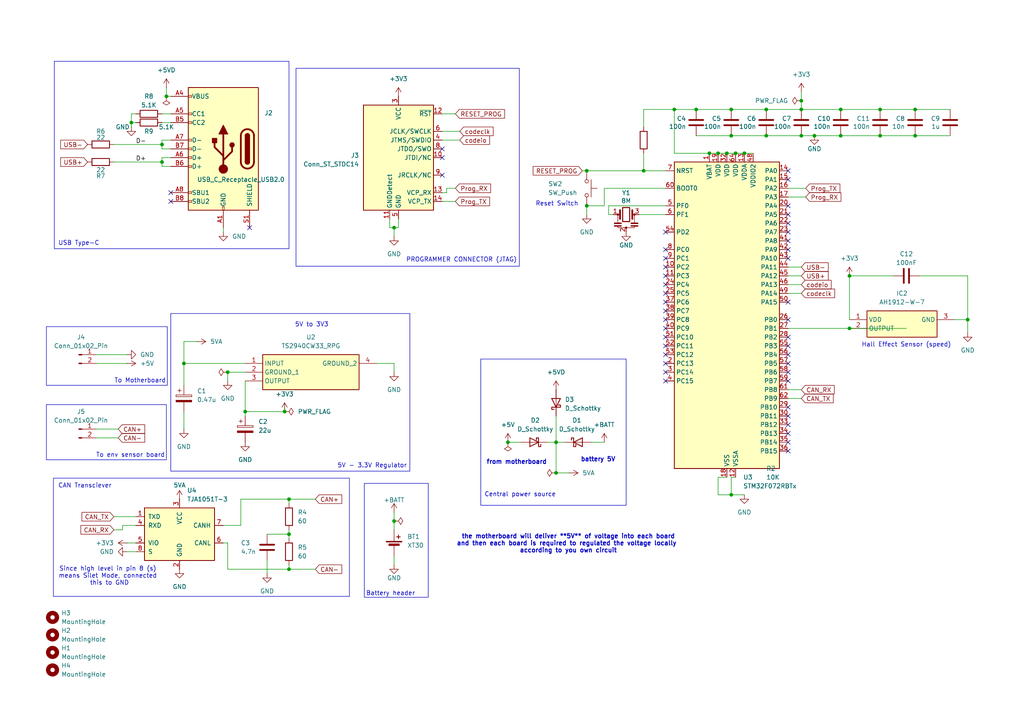
<source format=kicad_sch>
(kicad_sch (version 20250114) (generator "eeschema") (generator_version "9.0")
  (paper "A4")
  (title_block (title "Speed Measurement Board") (company "By Evelyn Koszta "))
  (lib_symbols
    (symbol "AH1912-W-7:AH1912-W-7"
      (property "Reference" "IC" (at 26.67 7.62 0))
      (property "Value" "AH1912-W-7" (at 26.67 5.08 0))
      (symbol "AH1912-W-7_1_1"
        (pin passive line (at 0 0 0) (length 5.08) (name "VDD") (number "1"))
        (pin passive line (at 0 -2.54 0) (length 5.08) (name "OUTPUT") (number "2"))
        (pin passive line (at 30.48 0 180) (length 5.08) (name "GND") (number "3"))
      )
    )
    (symbol "Connector:Conn_01x02_Pin" (pin_names (offset 1.016) (hide yes))
      (property "Reference" "J" (at 0 2.54 0))
      (property "Value" "Conn_01x02_Pin" (at 0 -5.08 0))
      (symbol "Conn_01x02_Pin_1_1"
        (pin passive line (at 5.08 0 180) (length 3.81) (name "Pin_1") (number "1"))
        (pin passive line (at 5.08 -2.54 180) (length 3.81) (name "Pin_2") (number "2"))
      )
    )
    (symbol "Connector:Conn_ST_STDC14"
      (property "Reference" "J" (at -8.89 16.51 0))
      (property "Value" "Conn_ST_STDC14" (at 17.78 16.51 0))
      (symbol "Conn_ST_STDC14_1_1"
        (pin no_connect line (at -10.16 5.08 0) (length 2.54) (hide yes) (name "NC") (number "1"))
        (pin no_connect line (at -10.16 2.54 0) (length 2.54) (hide yes) (name "NC") (number "2"))
        (pin passive line (at -2.54 -17.78 90) (length 2.54) (name "GNDDetect") (number "11"))
        (pin power_in line (at 0 17.78 270) (length 2.54) (name "VCC") (number "3"))
        (pin power_in line (at 0 -17.78 90) (length 2.54) (name "GND") (number "5"))
        (pin passive line (at 0 -17.78 90) (length 2.54) (hide yes) (name "GND") (number "7"))
        (pin open_collector line (at 12.7 12.7 180) (length 2.54) (name "~{RST}") (number "12"))
        (pin output line (at 12.7 7.62 180) (length 2.54) (name "JCLK/SWCLK") (number "6"))
        (pin bidirectional line (at 12.7 5.08 180) (length 2.54) (name "JTMS/SWDIO") (number "4"))
        (pin input line (at 12.7 2.54 180) (length 2.54) (name "JTDO/SWO") (number "8"))
        (pin output line (at 12.7 0 180) (length 2.54) (name "JTDI/NC") (number "10"))
        (pin input line (at 12.7 -5.08 180) (length 2.54) (name "JRCLK/NC") (number "9"))
        (pin output line (at 12.7 -10.16 180) (length 2.54) (name "VCP_RX") (number "13"))
        (pin input line (at 12.7 -12.7 180) (length 2.54) (name "VCP_TX") (number "14"))
      )
    )
    (symbol "Connector:USB_C_Receptacle_USB2.0_16P" (pin_names (offset 1.016))
      (property "Reference" "J" (at 0 22.225 0))
      (property "Value" "USB_C_Receptacle_USB2.0_16P" (at 0 19.685 0))
      (symbol "USB_C_Receptacle_USB2.0_16P_1_1"
        (pin passive line (at -7.62 -22.86 90) (length 5.08) (name "SHIELD") (number "S1"))
        (pin passive line (at 0 -22.86 90) (length 5.08) (name "GND") (number "A1"))
        (pin passive line (at 0 -22.86 90) (length 5.08) (hide yes) (name "GND") (number "A12"))
        (pin passive line (at 0 -22.86 90) (length 5.08) (hide yes) (name "GND") (number "B1"))
        (pin passive line (at 0 -22.86 90) (length 5.08) (hide yes) (name "GND") (number "B12"))
        (pin passive line (at 15.24 15.24 180) (length 5.08) (name "VBUS") (number "A4"))
        (pin passive line (at 15.24 15.24 180) (length 5.08) (hide yes) (name "VBUS") (number "A9"))
        (pin passive line (at 15.24 15.24 180) (length 5.08) (hide yes) (name "VBUS") (number "B4"))
        (pin passive line (at 15.24 15.24 180) (length 5.08) (hide yes) (name "VBUS") (number "B9"))
        (pin bidirectional line (at 15.24 10.16 180) (length 5.08) (name "CC1") (number "A5"))
        (pin bidirectional line (at 15.24 7.62 180) (length 5.08) (name "CC2") (number "B5"))
        (pin bidirectional line (at 15.24 2.54 180) (length 5.08) (name "D-") (number "A7"))
        (pin bidirectional line (at 15.24 0 180) (length 5.08) (name "D-") (number "B7"))
        (pin bidirectional line (at 15.24 -2.54 180) (length 5.08) (name "D+") (number "A6"))
        (pin bidirectional line (at 15.24 -5.08 180) (length 5.08) (name "D+") (number "B6"))
        (pin bidirectional line (at 15.24 -12.7 180) (length 5.08) (name "SBU1") (number "A8"))
        (pin bidirectional line (at 15.24 -15.24 180) (length 5.08) (name "SBU2") (number "B8"))
      )
    )
    (symbol "Device:Battery_Cell" (pin_numbers (hide yes)) (pin_names (offset 0) (hide yes))
      (property "Reference" "BT" (at 2.54 2.54 0))
      (property "Value" "Battery_Cell" (at 2.54 0 0))
      (symbol "Battery_Cell_1_1"
        (pin passive line (at 0 5.08 270) (length 2.54) (name "+") (number "1"))
        (pin passive line (at 0 -2.54 90) (length 2.54) (name "-") (number "2"))
      )
    )
    (symbol "Device:C" (pin_numbers (hide yes)) (pin_names (offset 0.254))
      (property "Reference" "C" (at 0.635 2.54 0))
      (property "Value" "C" (at 0.635 -2.54 0))
      (symbol "C_1_1"
        (pin passive line (at 0 3.81 270) (length 2.794) (name "~") (number "1"))
        (pin passive line (at 0 -3.81 90) (length 2.794) (name "~") (number "2"))
      )
    )
    (symbol "Device:C_Polarized" (pin_numbers (hide yes)) (pin_names (offset 0.254))
      (property "Reference" "C" (at 0.635 2.54 0))
      (property "Value" "C_Polarized" (at 0.635 -2.54 0))
      (symbol "C_Polarized_1_1"
        (pin passive line (at 0 3.81 270) (length 2.794) (name "~") (number "1"))
        (pin passive line (at 0 -3.81 90) (length 2.794) (name "~") (number "2"))
      )
    )
    (symbol "Device:D_Schottky" (pin_numbers (hide yes)) (pin_names (offset 1.016) (hide yes))
      (property "Reference" "D" (at 0 2.54 0))
      (property "Value" "D_Schottky" (at 0 -2.54 0))
      (symbol "D_Schottky_1_1"
        (pin passive line (at -3.81 0 0) (length 2.54) (name "K") (number "1"))
        (pin passive line (at 3.81 0 180) (length 2.54) (name "A") (number "2"))
      )
    )
    (symbol "Device:R" (pin_numbers (hide yes)) (pin_names (offset 0))
      (property "Reference" "R" (at 2.032 0 90))
      (property "Value" "R" (at 0 0 90))
      (symbol "R_1_1"
        (pin passive line (at 0 3.81 270) (length 1.27) (name "~") (number "1"))
        (pin passive line (at 0 -3.81 90) (length 1.27) (name "~") (number "2"))
      )
    )
    (symbol "Device:Resonator" (pin_names (offset 1.016) (hide yes))
      (property "Reference" "Y" (at 0 5.715 0))
      (property "Value" "Resonator" (at 0 3.81 0))
      (symbol "Resonator_1_1"
        (pin passive line (at -3.81 0 0) (length 1.27) (name "1") (number "1"))
        (pin passive line (at 0 -5.08 90) (length 1.27) (name "2") (number "2"))
        (pin passive line (at 3.81 0 180) (length 1.27) (name "3") (number "3"))
      )
    )
    (symbol "Interface_CAN_LIN:TJA1051T-3" (pin_names (offset 1.016))
      (property "Reference" "U" (at -10.16 8.89 0))
      (property "Value" "TJA1051T-3" (at 1.27 8.89 0))
      (symbol "TJA1051T-3_1_1"
        (pin input line (at -12.7 5.08 0) (length 2.54) (name "TXD") (number "1"))
        (pin output line (at -12.7 2.54 0) (length 2.54) (name "RXD") (number "4"))
        (pin power_in line (at -12.7 -2.54 0) (length 2.54) (name "VIO") (number "5"))
        (pin input line (at -12.7 -5.08 0) (length 2.54) (name "S") (number "8"))
        (pin power_in line (at 0 10.16 270) (length 2.54) (name "VCC") (number "3"))
        (pin power_in line (at 0 -10.16 90) (length 2.54) (name "GND") (number "2"))
        (pin bidirectional line (at 12.7 2.54 180) (length 2.54) (name "CANH") (number "7"))
        (pin bidirectional line (at 12.7 -2.54 180) (length 2.54) (name "CANL") (number "6"))
      )
    )
    (symbol "MCU_ST_STM32F0:STM32F072RBTx"
      (property "Reference" "U" (at -15.24 46.99 0))
      (property "Value" "STM32F072RBTx" (at 10.16 46.99 0))
      (symbol "STM32F072RBTx_1_1"
        (pin input line (at -17.78 43.18 0) (length 2.54) (name "NRST") (number "7"))
        (pin input line (at -17.78 38.1 0) (length 2.54) (name "BOOT0") (number "60"))
        (pin bidirectional line (at -17.78 33.02 0) (length 2.54) (name "PF0") (number "5"))
        (pin bidirectional line (at -17.78 30.48 0) (length 2.54) (name "PF1") (number "6"))
        (pin bidirectional line (at -17.78 25.4 0) (length 2.54) (name "PD2") (number "54"))
        (pin bidirectional line (at -17.78 20.32 0) (length 2.54) (name "PC0") (number "8"))
        (pin bidirectional line (at -17.78 17.78 0) (length 2.54) (name "PC1") (number "9"))
        (pin bidirectional line (at -17.78 15.24 0) (length 2.54) (name "PC2") (number "10"))
        (pin bidirectional line (at -17.78 12.7 0) (length 2.54) (name "PC3") (number "11"))
        (pin bidirectional line (at -17.78 10.16 0) (length 2.54) (name "PC4") (number "24"))
        (pin bidirectional line (at -17.78 7.62 0) (length 2.54) (name "PC5") (number "25"))
        (pin bidirectional line (at -17.78 5.08 0) (length 2.54) (name "PC6") (number "37"))
        (pin bidirectional line (at -17.78 2.54 0) (length 2.54) (name "PC7") (number "38"))
        (pin bidirectional line (at -17.78 0 0) (length 2.54) (name "PC8") (number "39"))
        (pin bidirectional line (at -17.78 -2.54 0) (length 2.54) (name "PC9") (number "40"))
        (pin bidirectional line (at -17.78 -5.08 0) (length 2.54) (name "PC10") (number "51"))
        (pin bidirectional line (at -17.78 -7.62 0) (length 2.54) (name "PC11") (number "52"))
        (pin bidirectional line (at -17.78 -10.16 0) (length 2.54) (name "PC12") (number "53"))
        (pin bidirectional line (at -17.78 -12.7 0) (length 2.54) (name "PC13") (number "2"))
        (pin bidirectional line (at -17.78 -15.24 0) (length 2.54) (name "PC14") (number "3"))
        (pin bidirectional line (at -17.78 -17.78 0) (length 2.54) (name "PC15") (number "4"))
        (pin power_in line (at -5.08 48.26 270) (length 2.54) (name "VBAT") (number "1"))
        (pin power_in line (at -2.54 48.26 270) (length 2.54) (name "VDD") (number "19"))
        (pin power_in line (at 0 48.26 270) (length 2.54) (name "VDD") (number "32"))
        (pin power_in line (at 0 -45.72 90) (length 2.54) (name "VSS") (number "18"))
        (pin passive line (at 0 -45.72 90) (length 2.54) (hide yes) (name "VSS") (number "31"))
        (pin passive line (at 0 -45.72 90) (length 2.54) (hide yes) (name "VSS") (number "47"))
        (pin passive line (at 0 -45.72 90) (length 2.54) (hide yes) (name "VSS") (number "63"))
        (pin power_in line (at 2.54 48.26 270) (length 2.54) (name "VDD") (number "64"))
        (pin power_in line (at 2.54 -45.72 90) (length 2.54) (name "VSSA") (number "12"))
        (pin power_in line (at 5.08 48.26 270) (length 2.54) (name "VDDA") (number "13"))
        (pin power_in line (at 7.62 48.26 270) (length 2.54) (name "VDDIO2") (number "48"))
        (pin bidirectional line (at 17.78 43.18 180) (length 2.54) (name "PA0") (number "14"))
        (pin bidirectional line (at 17.78 40.64 180) (length 2.54) (name "PA1") (number "15"))
        (pin bidirectional line (at 17.78 38.1 180) (length 2.54) (name "PA2") (number "16"))
        (pin bidirectional line (at 17.78 35.56 180) (length 2.54) (name "PA3") (number "17"))
        (pin bidirectional line (at 17.78 33.02 180) (length 2.54) (name "PA4") (number "20"))
        (pin bidirectional line (at 17.78 30.48 180) (length 2.54) (name "PA5") (number "21"))
        (pin bidirectional line (at 17.78 27.94 180) (length 2.54) (name "PA6") (number "22"))
        (pin bidirectional line (at 17.78 25.4 180) (length 2.54) (name "PA7") (number "23"))
        (pin bidirectional line (at 17.78 22.86 180) (length 2.54) (name "PA8") (number "41"))
        (pin bidirectional line (at 17.78 20.32 180) (length 2.54) (name "PA9") (number "42"))
        (pin bidirectional line (at 17.78 17.78 180) (length 2.54) (name "PA10") (number "43"))
        (pin bidirectional line (at 17.78 15.24 180) (length 2.54) (name "PA11") (number "44"))
        (pin bidirectional line (at 17.78 12.7 180) (length 2.54) (name "PA12") (number "45"))
        (pin bidirectional line (at 17.78 10.16 180) (length 2.54) (name "PA13") (number "46"))
        (pin bidirectional line (at 17.78 7.62 180) (length 2.54) (name "PA14") (number "49"))
        (pin bidirectional line (at 17.78 5.08 180) (length 2.54) (name "PA15") (number "50"))
        (pin bidirectional line (at 17.78 0 180) (length 2.54) (name "PB0") (number "26"))
        (pin bidirectional line (at 17.78 -2.54 180) (length 2.54) (name "PB1") (number "27"))
        (pin bidirectional line (at 17.78 -5.08 180) (length 2.54) (name "PB2") (number "28"))
        (pin bidirectional line (at 17.78 -7.62 180) (length 2.54) (name "PB3") (number "55"))
        (pin bidirectional line (at 17.78 -10.16 180) (length 2.54) (name "PB4") (number "56"))
        (pin bidirectional line (at 17.78 -12.7 180) (length 2.54) (name "PB5") (number "57"))
        (pin bidirectional line (at 17.78 -15.24 180) (length 2.54) (name "PB6") (number "58"))
        (pin bidirectional line (at 17.78 -17.78 180) (length 2.54) (name "PB7") (number "59"))
        (pin bidirectional line (at 17.78 -20.32 180) (length 2.54) (name "PB8") (number "61"))
        (pin bidirectional line (at 17.78 -22.86 180) (length 2.54) (name "PB9") (number "62"))
        (pin bidirectional line (at 17.78 -25.4 180) (length 2.54) (name "PB10") (number "29"))
        (pin bidirectional line (at 17.78 -27.94 180) (length 2.54) (name "PB11") (number "30"))
        (pin bidirectional line (at 17.78 -30.48 180) (length 2.54) (name "PB12") (number "33"))
        (pin bidirectional line (at 17.78 -33.02 180) (length 2.54) (name "PB13") (number "34"))
        (pin bidirectional line (at 17.78 -35.56 180) (length 2.54) (name "PB14") (number "35"))
        (pin bidirectional line (at 17.78 -38.1 180) (length 2.54) (name "PB15") (number "36"))
      )
    )
    (symbol "Mechanical:MountingHole" (pin_names (offset 1.016))
      (property "Reference" "H" (at 0 5.08 0))
      (property "Value" "MountingHole" (at 0 3.175 0))
    )
    (symbol "Switch:SW_Push" (pin_numbers (hide yes)) (pin_names (offset 1.016) (hide yes))
      (property "Reference" "SW" (at 1.27 2.54 0))
      (property "Value" "SW_Push" (at 0 -1.524 0))
      (symbol "SW_Push_0_1"
        (pin passive line (at -5.08 0 0) (length 2.54) (name "1") (number "1"))
        (pin passive line (at 5.08 0 180) (length 2.54) (name "2") (number "2"))
      )
    )
    (symbol "TS2940CW33_RPG:TS2940CW33_RPG"
      (property "Reference" "U" (at 34.29 7.62 0))
      (property "Value" "TS2940CW33_RPG" (at 34.29 5.08 0))
      (symbol "TS2940CW33_RPG_1_1"
        (pin passive line (at 0 0 0) (length 5.08) (name "INPUT") (number "1"))
        (pin passive line (at 0 -2.54 0) (length 5.08) (name "GROUND_1") (number "2"))
        (pin passive line (at 0 -5.08 0) (length 5.08) (name "OUTPUT") (number "3"))
        (pin passive line (at 38.1 0 180) (length 5.08) (name "GROUND_2") (number "4"))
      )
    )
    (symbol "power:+3V3" (power) (pin_numbers (hide yes)) (pin_names (offset 0) (hide yes))
      (property "Value" "+3V3" (at 0 3.556 0))
      (symbol "+3V3_1_1"
        (pin power_in line (at 0 0 90) (length 0) (name "~") (number "1"))
      )
    )
    (symbol "power:+5V" (power) (pin_numbers (hide yes)) (pin_names (offset 0) (hide yes))
      (property "Value" "+5V" (at 0 3.556 0))
      (symbol "+5V_1_1"
        (pin power_in line (at 0 0 90) (length 0) (name "~") (number "1"))
      )
    )
    (symbol "power:+5VD" (power) (pin_numbers (hide yes)) (pin_names (offset 0) (hide yes))
      (property "Value" "+5VD" (at 0 3.556 0))
      (symbol "+5VD_1_1"
        (pin power_in line (at 0 0 90) (length 0) (name "~") (number "1"))
      )
    )
    (symbol "power:+BATT" (power) (pin_numbers (hide yes)) (pin_names (offset 0) (hide yes))
      (property "Value" "+BATT" (at 0 3.556 0))
      (symbol "+BATT_1_1"
        (pin power_in line (at 0 0 90) (length 0) (name "~") (number "1"))
      )
    )
    (symbol "power:GND" (power) (pin_numbers (hide yes)) (pin_names (offset 0) (hide yes))
      (property "Value" "GND" (at 0 -3.81 0))
      (symbol "GND_1_1"
        (pin power_in line (at 0 0 270) (length 0) (name "~") (number "1"))
      )
    )
    (symbol "power:PWR_FLAG" (power) (pin_numbers (hide yes)) (pin_names (offset 0) (hide yes))
      (property "Value" "PWR_FLAG" (at 0 3.81 0))
      (symbol "PWR_FLAG_0_0"
        (pin power_out line (at 0 0 90) (length 0) (name "~") (number "1"))
      )
    )
  )
  (rectangle (start 85.852 19.812) (end 150.622 77.216))
  (rectangle (start 15.748 17.78) (end 83.82 72.136))
  (rectangle (start 13.462 117.348) (end 48.26 133.35))
  (rectangle (start 49.53 90.932) (end 118.872 136.652))
  (rectangle (start 139.446 104.14) (end 181.61 146.558))
  (rectangle (start 15.494 138.684) (end 101.346 172.974))
  (rectangle (start 105.664 140.208) (end 124.206 173.228))
  (rectangle (start 13.462 94.742) (end 48.514 111.76))
  (text "To Motherboard\n" (at 40.64 110.49 0) (effects (font (size 1.27 1.27))))
  (text "Reset Switch" (at 161.544 59.182 0) (effects (font (size 1.27 1.27))))
  (text "PROGRAMMER CONNECTOR (JTAG)" (at 133.858 75.438 0) (effects (font (size 1.27 1.27))))
  (text "Battery header\n" (at 113.284 172.212 0) (effects (font (size 1.27 1.27))))
  (text "USB Type-C" (at 22.86 70.612 0) (effects (font (size 1.27 1.27))))
  (text "5V to 3V3\n" (at 90.424 94.234 0) (effects (font (size 1.27 1.27))))
  (text "Central power source" (at 150.876 143.51 0) (effects (font (size 1.27 1.27) (thickness 0.1588))))
  (text "battery 5V\n" (at 173.482 133.35 0) (effects (font (size 1.27 1.27) (thickness 0.254) (bold yes))))
  (text "CAN Transciever" (at 24.638 140.97 0) (effects (font (size 1.27 1.27))))
  (text "the motherboard will deliver **5V** of voltage into each board\nand then each board is required to regulated the voltage locally \naccording to you own circuit\n" (at 164.846 157.734 0) (effects (font (size 1.27 1.27) (thickness 0.254) (bold yes))))
  (text "from motherboard\n\n" (at 149.86 135.128 0) (effects (font (size 1.27 1.27) (thickness 0.254) (bold yes))))
  (text "Hall Effect Sensor (speed)" (at 262.89 100.076 0) (effects (font (size 1.27 1.27))))
  (text "Since high level in pin 8 (s) \nmeans Silet Mode, connected \nthis to GND" (at 31.75 167.132 0) (effects (font (size 1.27 1.27))))
  (text "To env sensor board" (at 37.846 132.08 0) (effects (font (size 1.27 1.27))))
  (text "5V - 3.3V Regulator" (at 107.95 135.128 0) (effects (font (size 1.27 1.27))))
  (junction (at 170.18 49.53))
  (junction (at 212.09 31.75))
  (junction (at 83.82 144.78))
  (junction (at 186.69 49.53))
  (junction (at 255.27 39.37))
  (junction (at 212.09 143.51))
  (junction (at 66.04 107.95))
  (junction (at 195.58 31.75))
  (junction (at 213.36 44.45))
  (junction (at 48.26 27.94))
  (junction (at 208.28 44.45))
  (junction (at 222.25 39.37))
  (junction (at 53.34 105.41))
  (junction (at 201.93 31.75))
  (junction (at 46.99 46.99))
  (junction (at 83.82 154.94))
  (junction (at 243.84 31.75))
  (junction (at 147.32 128.27))
  (junction (at 236.22 39.37))
  (junction (at 243.84 39.37))
  (junction (at 46.99 41.91))
  (junction (at 246.38 95.25))
  (junction (at 38.1 35.56))
  (junction (at 255.27 31.75))
  (junction (at 212.09 39.37))
  (junction (at 280.67 92.71))
  (junction (at 82.55 119.38))
  (junction (at 232.41 31.75))
  (junction (at 161.29 128.27))
  (junction (at 161.29 137.16))
  (junction (at 232.41 29.21))
  (junction (at 222.25 31.75))
  (junction (at 210.82 44.45))
  (junction (at 215.9 44.45))
  (junction (at 170.18 59.69))
  (junction (at 83.82 165.1))
  (junction (at 265.43 39.37))
  (junction (at 246.38 80.01))
  (junction (at 205.74 44.45))
  (junction (at 114.3 66.04))
  (junction (at 71.12 119.38))
  (junction (at 114.3 151.13))
  (junction (at 232.41 39.37))
  (junction (at 265.43 31.75))
  (no_connect (at 193.04 107.95))
  (no_connect (at 228.6 100.33))
  (no_connect (at 49.53 58.42))
  (no_connect (at 193.04 80.01))
  (no_connect (at 228.6 72.39))
  (no_connect (at 193.04 85.09))
  (no_connect (at 228.6 107.95))
  (no_connect (at 128.27 43.18))
  (no_connect (at 228.6 92.71))
  (no_connect (at 228.6 74.93))
  (no_connect (at 193.04 92.71))
  (no_connect (at 228.6 97.79))
  (no_connect (at 49.53 55.88))
  (no_connect (at 228.6 125.73))
  (no_connect (at 193.04 90.17))
  (no_connect (at 193.04 77.47))
  (no_connect (at 193.04 110.49))
  (no_connect (at 193.04 105.41))
  (no_connect (at 193.04 97.79))
  (no_connect (at 228.6 87.63))
  (no_connect (at 193.04 100.33))
  (no_connect (at 228.6 128.27))
  (no_connect (at 228.6 64.77))
  (no_connect (at 228.6 69.85))
  (no_connect (at 228.6 67.31))
  (no_connect (at 193.04 74.93))
  (no_connect (at 228.6 123.19))
  (no_connect (at 228.6 102.87))
  (no_connect (at 128.27 50.8))
  (no_connect (at 193.04 82.55))
  (no_connect (at 193.04 102.87))
  (no_connect (at 228.6 130.81))
  (no_connect (at 193.04 87.63))
  (no_connect (at 228.6 49.53))
  (no_connect (at 228.6 118.11))
  (no_connect (at 128.27 45.72))
  (no_connect (at 193.04 72.39))
  (no_connect (at 228.6 105.41))
  (no_connect (at 193.04 95.25))
  (no_connect (at 228.6 110.49))
  (no_connect (at 228.6 59.69))
  (no_connect (at 228.6 62.23))
  (no_connect (at 193.04 67.31))
  (no_connect (at 228.6 120.65))
  (no_connect (at 72.39 66.04))
  (no_connect (at 228.6 52.07))
  (wire (pts (xy 246.38 80.01) (xy 259.08 80.01)))
  (wire (pts (xy 170.18 49.53) (xy 186.69 49.53)))
  (wire (pts (xy 128.27 38.1) (xy 133.35 38.1)))
  (wire (pts (xy 195.58 31.75) (xy 201.93 31.75)))
  (wire (pts (xy 77.47 166.37) (xy 77.47 162.56)))
  (wire (pts (xy 228.6 57.15) (xy 233.68 57.15)))
  (wire (pts (xy 66.04 165.1) (xy 83.82 165.1)))
  (wire (pts (xy 228.6 77.47) (xy 232.41 77.47)))
  (wire (pts (xy 83.82 165.1) (xy 91.44 165.1)))
  (wire (pts (xy 71.12 120.65) (xy 71.12 119.38)))
  (wire (pts (xy 232.41 26.67) (xy 232.41 29.21)))
  (wire (pts (xy 83.82 163.83) (xy 83.82 165.1)))
  (wire (pts (xy 228.6 85.09) (xy 232.41 85.09)))
  (wire (pts (xy 115.57 63.5) (xy 115.57 66.04)))
  (wire (pts (xy 114.3 66.04) (xy 115.57 66.04)))
  (wire (pts (xy 176.53 59.69) (xy 193.04 59.69)))
  (wire (pts (xy 69.85 144.78) (xy 69.85 152.4)))
  (wire (pts (xy 46.99 45.72) (xy 46.99 46.99)))
  (wire (pts (xy 175.26 54.61) (xy 175.26 59.69)))
  (wire (pts (xy 64.77 157.48) (xy 66.04 157.48)))
  (wire (pts (xy 64.77 67.31) (xy 64.77 66.04)))
  (wire (pts (xy 46.99 48.26) (xy 49.53 48.26)))
  (wire (pts (xy 170.18 59.69) (xy 170.18 62.23)))
  (wire (pts (xy 113.03 63.5) (xy 113.03 66.04)))
  (wire (pts (xy 195.58 44.45) (xy 205.74 44.45)))
  (wire (pts (xy 265.43 39.37) (xy 275.59 39.37)))
  (wire (pts (xy 128.27 55.88) (xy 129.54 55.88)))
  (wire (pts (xy 161.29 128.27) (xy 163.83 128.27)))
  (wire (pts (xy 35.56 152.4) (xy 39.37 152.4)))
  (wire (pts (xy 255.27 31.75) (xy 265.43 31.75)))
  (wire (pts (xy 208.28 44.45) (xy 210.82 44.45)))
  (wire (pts (xy 49.53 45.72) (xy 46.99 45.72)))
  (wire (pts (xy 232.41 39.37) (xy 236.22 39.37)))
  (wire (pts (xy 49.53 43.18) (xy 46.99 43.18)))
  (wire (pts (xy 236.22 39.37) (xy 243.84 39.37)))
  (wire (pts (xy 186.69 31.75) (xy 186.69 36.83)))
  (wire (pts (xy 208.28 143.51) (xy 212.09 143.51)))
  (wire (pts (xy 232.41 29.21) (xy 232.41 31.75)))
  (wire (pts (xy 114.3 151.13) (xy 114.3 153.67)))
  (wire (pts (xy 33.02 46.99) (xy 46.99 46.99)))
  (wire (pts (xy 255.27 39.37) (xy 265.43 39.37)))
  (wire (pts (xy 193.04 49.53) (xy 186.69 49.53)))
  (wire (pts (xy 265.43 31.75) (xy 275.59 31.75)))
  (wire (pts (xy 38.1 35.56) (xy 39.37 35.56)))
  (wire (pts (xy 161.29 128.27) (xy 161.29 137.16)))
  (wire (pts (xy 228.6 95.25) (xy 246.38 95.25)))
  (wire (pts (xy 114.3 161.29) (xy 114.3 163.83)))
  (wire (pts (xy 185.42 62.23) (xy 193.04 62.23)))
  (wire (pts (xy 46.99 40.64) (xy 46.99 41.91)))
  (wire (pts (xy 71.12 119.38) (xy 82.55 119.38)))
  (wire (pts (xy 205.74 44.45) (xy 208.28 44.45)))
  (wire (pts (xy 212.09 39.37) (xy 222.25 39.37)))
  (wire (pts (xy 83.82 154.94) (xy 83.82 156.21)))
  (wire (pts (xy 33.02 41.91) (xy 46.99 41.91)))
  (wire (pts (xy 71.12 107.95) (xy 66.04 107.95)))
  (wire (pts (xy 38.1 35.56) (xy 38.1 33.02)))
  (wire (pts (xy 36.83 157.48) (xy 39.37 157.48)))
  (wire (pts (xy 48.26 25.4) (xy 48.26 27.94)))
  (wire (pts (xy 176.53 59.69) (xy 176.53 62.23)))
  (wire (pts (xy 186.69 44.45) (xy 186.69 49.53)))
  (wire (pts (xy 46.99 41.91) (xy 46.99 43.18)))
  (wire (pts (xy 215.9 44.45) (xy 218.44 44.45)))
  (wire (pts (xy 53.34 99.06) (xy 53.34 105.41)))
  (wire (pts (xy 246.38 95.25) (xy 262.89 95.25)))
  (wire (pts (xy 69.85 144.78) (xy 83.82 144.78)))
  (wire (pts (xy 212.09 31.75) (xy 222.25 31.75)))
  (wire (pts (xy 129.54 54.61) (xy 129.54 55.88)))
  (wire (pts (xy 53.34 105.41) (xy 71.12 105.41)))
  (wire (pts (xy 212.09 138.43) (xy 213.36 138.43)))
  (wire (pts (xy 82.55 118.11) (xy 82.55 119.38)))
  (wire (pts (xy 66.04 107.95) (xy 66.04 110.49)))
  (wire (pts (xy 71.12 110.49) (xy 71.12 119.38)))
  (wire (pts (xy 114.3 66.04) (xy 114.3 68.58)))
  (wire (pts (xy 36.83 160.02) (xy 39.37 160.02)))
  (wire (pts (xy 33.02 149.86) (xy 39.37 149.86)))
  (wire (pts (xy 266.7 80.01) (xy 280.67 80.01)))
  (wire (pts (xy 128.27 58.42) (xy 132.08 58.42)))
  (wire (pts (xy 243.84 39.37) (xy 255.27 39.37)))
  (wire (pts (xy 186.69 31.75) (xy 195.58 31.75)))
  (wire (pts (xy 38.1 36.83) (xy 38.1 35.56)))
  (wire (pts (xy 27.94 105.41) (xy 36.83 105.41)))
  (wire (pts (xy 232.41 31.75) (xy 243.84 31.75)))
  (wire (pts (xy 171.45 128.27) (xy 175.26 128.27)))
  (wire (pts (xy 228.6 80.01) (xy 232.41 80.01)))
  (wire (pts (xy 66.04 165.1) (xy 66.04 157.48)))
  (wire (pts (xy 158.75 128.27) (xy 161.29 128.27)))
  (wire (pts (xy 201.93 31.75) (xy 212.09 31.75)))
  (wire (pts (xy 246.38 80.01) (xy 246.38 92.71)))
  (wire (pts (xy 77.47 154.94) (xy 83.82 154.94)))
  (wire (pts (xy 46.99 46.99) (xy 46.99 48.26)))
  (wire (pts (xy 228.6 54.61) (xy 233.68 54.61)))
  (wire (pts (xy 212.09 143.51) (xy 215.9 143.51)))
  (wire (pts (xy 168.91 49.53) (xy 170.18 49.53)))
  (wire (pts (xy 46.99 35.56) (xy 49.53 35.56)))
  (wire (pts (xy 222.25 39.37) (xy 232.41 39.37)))
  (wire (pts (xy 210.82 138.43) (xy 208.28 138.43)))
  (wire (pts (xy 147.32 128.27) (xy 151.13 128.27)))
  (wire (pts (xy 57.15 99.06) (xy 53.34 99.06)))
  (wire (pts (xy 228.6 115.57) (xy 232.41 115.57)))
  (wire (pts (xy 113.03 66.04) (xy 114.3 66.04)))
  (wire (pts (xy 210.82 44.45) (xy 213.36 44.45)))
  (wire (pts (xy 161.29 137.16) (xy 165.1 137.16)))
  (wire (pts (xy 280.67 92.71) (xy 280.67 96.52)))
  (wire (pts (xy 27.94 124.46) (xy 34.29 124.46)))
  (wire (pts (xy 35.56 152.4) (xy 35.56 153.67)))
  (wire (pts (xy 280.67 80.01) (xy 280.67 92.71)))
  (wire (pts (xy 114.3 148.59) (xy 114.3 151.13)))
  (wire (pts (xy 193.04 54.61) (xy 175.26 54.61)))
  (wire (pts (xy 46.99 40.64) (xy 49.53 40.64)))
  (wire (pts (xy 176.53 62.23) (xy 177.8 62.23)))
  (wire (pts (xy 128.27 40.64) (xy 133.35 40.64)))
  (wire (pts (xy 83.82 154.94) (xy 83.82 153.67)))
  (wire (pts (xy 213.36 44.45) (xy 215.9 44.45)))
  (wire (pts (xy 228.6 113.03) (xy 232.41 113.03)))
  (wire (pts (xy 33.02 153.67) (xy 35.56 153.67)))
  (wire (pts (xy 129.54 54.61) (xy 132.08 54.61)))
  (wire (pts (xy 48.26 27.94) (xy 49.53 27.94)))
  (wire (pts (xy 195.58 31.75) (xy 195.58 44.45)))
  (wire (pts (xy 83.82 146.05) (xy 83.82 144.78)))
  (wire (pts (xy 280.67 92.71) (xy 276.86 92.71)))
  (wire (pts (xy 38.1 33.02) (xy 39.37 33.02)))
  (wire (pts (xy 161.29 120.65) (xy 161.29 128.27)))
  (wire (pts (xy 27.94 102.87) (xy 36.83 102.87)))
  (wire (pts (xy 208.28 138.43) (xy 208.28 143.51)))
  (wire (pts (xy 201.93 39.37) (xy 212.09 39.37)))
  (wire (pts (xy 175.26 59.69) (xy 170.18 59.69)))
  (wire (pts (xy 69.85 152.4) (xy 64.77 152.4)))
  (wire (pts (xy 83.82 144.78) (xy 91.44 144.78)))
  (wire (pts (xy 109.22 105.41) (xy 114.3 105.41)))
  (wire (pts (xy 46.99 33.02) (xy 49.53 33.02)))
  (wire (pts (xy 243.84 31.75) (xy 255.27 31.75)))
  (wire (pts (xy 128.27 33.02) (xy 132.08 33.02)))
  (wire (pts (xy 114.3 105.41) (xy 114.3 107.95)))
  (wire (pts (xy 222.25 31.75) (xy 232.41 31.75)))
  (wire (pts (xy 53.34 111.76) (xy 53.34 105.41)))
  (wire (pts (xy 212.09 138.43) (xy 212.09 143.51)))
  (wire (pts (xy 228.6 82.55) (xy 232.41 82.55)))
  (wire (pts (xy 27.94 127) (xy 34.29 127)))
  (wire (pts (xy 53.34 119.38) (xy 53.34 124.46)))
  (label "D-" (at 39.37 41.91 0))
  (label "D+" (at 39.37 46.99 0))
  (global_label "CAN_TX" (shape input) (at 232.41 115.57 0) (property "Intersheetrefs" "${INTERSHEET_REFS}" (effects (hide yes))))
  (global_label "CAN+" (shape input) (at 91.44 144.78 0) (property "Intersheetrefs" "${INTERSHEET_REFS}" (effects (hide yes))))
  (global_label "USB+" (shape input) (at 25.4 46.99 180) (property "Intersheetrefs" "${INTERSHEET_REFS}" (effects (hide yes))))
  (global_label "RESET_PROG" (shape input) (at 132.08 33.02 0) (property "Intersheetrefs" "${INTERSHEET_REFS}" (effects (hide yes))))
  (global_label "Prog_RX" (shape input) (at 233.68 57.15 0) (property "Intersheetrefs" "${INTERSHEET_REFS}" (effects (hide yes))))
  (global_label "CAN+" (shape input) (at 34.29 124.46 0) (property "Intersheetrefs" "${INTERSHEET_REFS}" (effects (hide yes))))
  (global_label "codeclk" (shape input) (at 133.35 38.1 0) (property "Intersheetrefs" "${INTERSHEET_REFS}" (effects (hide yes))))
  (global_label "Prog_TX" (shape input) (at 132.08 58.42 0) (property "Intersheetrefs" "${INTERSHEET_REFS}" (effects (hide yes))))
  (global_label "CAN-" (shape input) (at 91.44 165.1 0) (property "Intersheetrefs" "${INTERSHEET_REFS}" (effects (hide yes))))
  (global_label "Prog_RX" (shape input) (at 132.08 54.61 0) (property "Intersheetrefs" "${INTERSHEET_REFS}" (effects (hide yes))))
  (global_label "codeclk" (shape input) (at 232.41 85.09 0) (property "Intersheetrefs" "${INTERSHEET_REFS}" (effects (hide yes))))
  (global_label "codeio" (shape input) (at 133.35 40.64 0) (property "Intersheetrefs" "${INTERSHEET_REFS}" (effects (hide yes))))
  (global_label "codeio" (shape input) (at 232.41 82.55 0) (property "Intersheetrefs" "${INTERSHEET_REFS}" (effects (hide yes))))
  (global_label "CAN_RX" (shape input) (at 232.41 113.03 0) (property "Intersheetrefs" "${INTERSHEET_REFS}" (effects (hide yes))))
  (global_label "USB-" (shape input) (at 25.4 41.91 180) (property "Intersheetrefs" "${INTERSHEET_REFS}" (effects (hide yes))))
  (global_label "CAN-" (shape input) (at 34.29 127 0) (property "Intersheetrefs" "${INTERSHEET_REFS}" (effects (hide yes))))
  (global_label "CAN_RX" (shape input) (at 33.02 153.67 180) (property "Intersheetrefs" "${INTERSHEET_REFS}" (effects (hide yes))))
  (global_label "RESET_PROG" (shape input) (at 168.91 49.53 180) (property "Intersheetrefs" "${INTERSHEET_REFS}" (effects (hide yes))))
  (global_label "USB-" (shape input) (at 232.41 77.47 0) (property "Intersheetrefs" "${INTERSHEET_REFS}" (effects (hide yes))))
  (global_label "CAN_TX" (shape input) (at 33.02 149.86 180) (property "Intersheetrefs" "${INTERSHEET_REFS}" (effects (hide yes))))
  (global_label "Prog_TX" (shape input) (at 233.68 54.61 0) (property "Intersheetrefs" "${INTERSHEET_REFS}" (effects (hide yes))))
  (global_label "USB+" (shape input) (at 232.41 80.01 0) (property "Intersheetrefs" "${INTERSHEET_REFS}" (effects (hide yes))))
  (symbol (lib_id "power:+5VD") (at 161.29 113.03 0) (unit 1)
    (property "Reference" "#PWR012" (effects (hide yes)))
    (property "Value" "+5VD" (at 161.29 107.95 0))
    (property "Description" "Power symbol creates a global label with name \"+5VD\"" (effects (hide yes)))
  )
  (symbol (lib_id "power:+5VD") (at 48.26 25.4 0) (unit 1)
    (property "Reference" "#PWR011" (effects (hide yes)))
    (property "Value" "+5VD" (at 48.26 20.32 0))
    (property "Description" "Power symbol creates a global label with name \"+5VD\"" (effects (hide yes)))
  )
  (symbol (lib_id "power:GND") (at 215.9 143.51 0) (unit 1)
    (property "Reference" "#PWR036" (effects (hide yes)))
    (property "Value" "GND" (at 215.9 148.59 0))
    (property "Description" "Power symbol creates a global label with name \"GND\" , ground" (effects (hide yes)))
  )
  (symbol (lib_id "Device:R") (at 29.21 41.91 90) (unit 1)
    (property "Reference" "R6" (at 29.21 38.1 90))
    (property "Value" "22" (at 29.21 39.878 90))
    (property "Footprint" "Resistor_SMD:R_0603_1608Metric" (effects (hide yes)))
    (property "Description" "Resistor" (effects (hide yes)))
  )
  (symbol (lib_id "Mechanical:MountingHole") (at 15.24 184.15 0) (unit 1) (in_bom no)
    (property "Reference" "H2" (at 17.78 182.88 0) (effects (justify left)))
    (property "Value" "MountingHole" (at 17.78 185.42 0) (effects (justify left)))
    (property "Footprint" "MountingHole:MountingHole_3.2mm_M3_ISO14580" (effects (hide yes)))
  )
  (symbol (lib_id "power:GND") (at 114.3 163.83 0) (unit 1)
    (property "Reference" "#PWR028" (effects (hide yes)))
    (property "Value" "GND" (at 114.3 167.64 0))
    (property "Description" "Power symbol creates a global label with name \"GND\" , ground" (effects (hide yes)))
  )
  (symbol (lib_id "Device:C") (at 243.84 35.56 0) (mirror x) (unit 1)
    (property "Reference" "C10" (at 240.919 34.3916 0) (effects (justify right)))
    (property "Value" "100n" (at 240.919 36.703 0) (effects (justify right)))
    (property "Footprint" "Capacitor_SMD:C_0603_1608Metric" (effects (hide yes)))
    (property "Description" "Unpolarized capacitor" (effects (hide yes)))
  )
  (symbol (lib_id "power:+3V3") (at 246.38 80.01 0) (unit 1)
    (property "Reference" "#PWR02" (effects (hide yes)))
    (property "Value" "+3V3" (at 246.38 74.93 0))
    (property "Description" "Power symbol creates a global label with name \"+3V3\"" (effects (hide yes)))
  )
  (symbol (lib_id "power:GND") (at 170.18 62.23 0) (unit 1)
    (property "Reference" "#PWR018" (effects (hide yes)))
    (property "Value" "GND" (at 170.18 67.31 0))
    (property "Description" "Power symbol creates a global label with name \"GND\" , ground" (effects (hide yes)))
  )
  (symbol (lib_id "power:+3V3") (at 36.83 157.48 90) (unit 1)
    (property "Reference" "#PWR026" (effects (hide yes)))
    (property "Value" "+3V3" (at 33.02 157.4799 90) (effects (justify left)))
    (property "Description" "Power symbol creates a global label with name \"+3V3\"" (effects (hide yes)))
  )
  (symbol (lib_id "power:GND") (at 52.07 165.1 0) (unit 1)
    (property "Reference" "#PWR023" (effects (hide yes)))
    (property "Value" "GND" (at 52.07 170.18 0))
    (property "Description" "Power symbol creates a global label with name \"GND\" , ground" (effects (hide yes)))
  )
  (symbol (lib_id "Device:R") (at 83.82 149.86 0) (unit 1)
    (property "Reference" "R4" (at 86.36 148.5899 0) (effects (justify left)))
    (property "Value" "60" (at 86.36 151.1299 0) (effects (justify left)))
    (property "Footprint" "Resistor_SMD:R_0603_1608Metric" (effects (hide yes)))
    (property "Description" "Resistor" (effects (hide yes)))
  )
  (symbol (lib_id "Connector:Conn_01x02_Pin") (at 22.86 124.46 0) (unit 1)
    (property "Reference" "J5" (at 23.495 119.38 0))
    (property "Value" "Conn_01x02_Pin" (at 23.495 121.92 0))
    (property "Footprint" "Connector_JST:JST_EH_S2B-EH_1x02_P2.50mm_Horizontal" (effects (hide yes)))
    (property "Description" "Generic connector, single row, 01x02, script generated" (effects (hide yes)))
  )
  (symbol (lib_id "Device:C") (at 275.59 35.56 0) (mirror x) (unit 1)
    (property "Reference" "C9" (at 272.669 34.3916 0) (effects (justify right)))
    (property "Value" "1u" (at 272.669 36.703 0) (effects (justify right)))
    (property "Footprint" "Capacitor_SMD:C_0603_1608Metric" (effects (hide yes)))
    (property "Description" "Unpolarized capacitor" (effects (hide yes)))
  )
  (symbol (lib_id "Device:Battery_Cell") (at 114.3 158.75 0) (unit 1)
    (property "Reference" "BT1" (at 118.11 155.6384 0) (effects (justify left)))
    (property "Value" "XT30" (at 118.11 158.1784 0) (effects (justify left)))
    (property "Footprint" "Connector_AMASS:AMASS_XT30PW-M_1x02_P2.50mm_Horizontal" (effects (hide yes)))
    (property "Description" "Single-cell battery" (effects (hide yes)))
  )
  (symbol (lib_id "power:GND") (at 181.61 67.31 0) (unit 1)
    (property "Reference" "#PWR020" (effects (hide yes)))
    (property "Value" "GND" (at 181.61 71.12 0))
    (property "Description" "Power symbol creates a global label with name \"GND\" , ground" (effects (hide yes)))
  )
  (symbol (lib_id "power:GND") (at 36.83 160.02 270) (unit 1)
    (property "Reference" "#PWR025" (effects (hide yes)))
    (property "Value" "GND" (at 33.02 160.0199 90) (effects (justify right)))
    (property "Description" "Power symbol creates a global label with name \"GND\" , ground" (effects (hide yes)))
  )
  (symbol (lib_id "Device:R") (at 186.69 40.64 0) (unit 1)
    (property "Reference" "R2" (at 222.25 135.8899 0) (effects (justify left)))
    (property "Value" "10K" (at 222.25 138.4299 0) (effects (justify left)))
    (property "Footprint" "Resistor_SMD:R_0603_1608Metric" (effects (hide yes)))
    (property "Description" "Resistor" (effects (hide yes)))
  )
  (symbol (lib_id "power:+3V3") (at 115.57 27.94 0) (unit 1)
    (property "Reference" "#PWR021" (effects (hide yes)))
    (property "Value" "+3V3" (at 115.57 22.86 0))
    (property "Description" "Power symbol creates a global label with name \"+3V3\"" (effects (hide yes)))
  )
  (symbol (lib_id "Device:R") (at 29.21 46.99 90) (unit 1)
    (property "Reference" "R7" (at 29.21 51.054 90))
    (property "Value" "22" (at 29.21 49.276 90))
    (property "Footprint" "Resistor_SMD:R_0603_1608Metric" (effects (hide yes)))
    (property "Description" "Resistor" (effects (hide yes)))
  )
  (symbol (lib_id "Device:D_Schottky") (at 161.29 116.84 90) (unit 1)
    (property "Reference" "D3" (at 163.83 115.8874 90) (effects (justify right)))
    (property "Value" "D_Schottky" (at 163.83 118.4274 90) (effects (justify right)))
    (property "Footprint" "Diode_SMD:D_SOD-123" (effects (hide yes)))
    (property "Description" "Schottky diode" (effects (hide yes)))
  )
  (symbol (lib_id "Device:C_Polarized") (at 71.12 124.46 0) (unit 1)
    (property "Reference" "C2" (at 74.93 122.3009 0) (effects (justify left)))
    (property "Value" "22u" (at 74.93 124.8409 0) (effects (justify left)))
    (property "Footprint" "Capacitor_SMD:C_1206_3216Metric" (effects (hide yes)))
    (property "Description" "Polarized capacitor" (effects (hide yes)))
  )
  (symbol (lib_id "Device:Resonator") (at 181.61 62.23 0) (unit 1)
    (property "Reference" "Y1" (at 181.61 55.9308 0))
    (property "Value" "8M" (at 181.61 58.2422 0))
    (property "Footprint" "Crystal:Resonator_SMD_Murata_CSTxExxV-3Pin_3.0x1.1mm" (effects (hide yes)))
    (property "Description" "Three pin ceramic resonator" (effects (hide yes)))
  )
  (symbol (lib_id "Device:C") (at 222.25 35.56 0) (mirror x) (unit 1)
    (property "Reference" "C6" (at 219.329 34.3916 0) (effects (justify right)))
    (property "Value" "100n" (at 219.329 36.703 0) (effects (justify right)))
    (property "Footprint" "Capacitor_SMD:C_0603_1608Metric" (effects (hide yes)))
    (property "Description" "Unpolarized capacitor" (effects (hide yes)))
  )
  (symbol (lib_id "power:PWR_FLAG") (at 48.26 27.94 180) (unit 1)
    (property "Reference" "#FLG05" (effects (hide yes)))
    (property "Value" "PWR_FLAG" (effects (hide yes)))
    (property "Description" "Special symbol for telling ERC where power comes from" (effects (hide yes)))
  )
  (symbol (lib_id "power:PWR_FLAG") (at 232.41 29.21 90) (unit 1)
    (property "Reference" "#FLG02" (effects (hide yes)))
    (property "Value" "PWR_FLAG" (at 228.6 29.2099 90) (effects (justify left)))
    (property "Description" "Special symbol for telling ERC where power comes from" (effects (hide yes)))
  )
  (symbol (lib_id "power:PWR_FLAG") (at 147.32 128.27 180) (unit 1)
    (property "Reference" "#FLG07" (effects (hide yes)))
    (property "Value" "PWR_FLAG" (effects (hide yes)))
    (property "Description" "Special symbol for telling ERC where power comes from" (effects (hide yes)))
  )
  (symbol (lib_id "power:GND") (at 77.47 166.37 0) (unit 1)
    (property "Reference" "#PWR032" (effects (hide yes)))
    (property "Value" "GND" (at 77.47 171.45 0))
    (property "Description" "Power symbol creates a global label with name \"GND\" , ground" (effects (hide yes)))
  )
  (symbol (lib_id "Mechanical:MountingHole") (at 15.24 189.23 0) (unit 1) (in_bom no)
    (property "Reference" "H1" (at 17.78 187.96 0) (effects (justify left)))
    (property "Value" "MountingHole" (at 17.78 190.5 0) (effects (justify left)))
    (property "Footprint" "MountingHole:MountingHole_3.2mm_M3_ISO14580" (effects (hide yes)))
  )
  (symbol (lib_id "Connector:Conn_ST_STDC14") (at 115.57 45.72 0) (unit 1)
    (property "Reference" "J3" (at 104.14 45.085 0) (effects (justify right)))
    (property "Value" "Conn_ST_STDC14" (at 104.14 47.625 0) (effects (justify right)))
    (property "Footprint" "Connector_PinHeader_1.27mm:PinHeader_2x07_P1.27mm_Vertical_SMD" (effects (hide yes)))
    (property "Datasheet" "https://www.st.com/content/ccc/resource/technical/document/user_manual/group1/99/49/91/b6/b2/3a/46/e5/DM00526767/files/DM00526767.pdf/jcr:content/translations/en.DM00526767.pdf" (effects (hide yes)))
  )
  (symbol (lib_id "power:GND") (at 38.1 36.83 0) (unit 1)
    (property "Reference" "#PWR019" (effects (hide yes)))
    (property "Value" "GND" (at 35.56 36.83 0))
    (property "Description" "Power symbol creates a global label with name \"GND\" , ground" (effects (hide yes)))
  )
  (symbol (lib_id "Device:R") (at 43.18 35.56 90) (unit 1)
    (property "Reference" "R9" (at 43.18 38.1 90))
    (property "Value" "5.1K" (at 48.26 36.83 90))
    (property "Footprint" "Resistor_SMD:R_0603_1608Metric" (effects (hide yes)))
    (property "Description" "Resistor" (effects (hide yes)))
  )
  (symbol (lib_id "Mechanical:MountingHole") (at 15.24 179.07 0) (unit 1) (in_bom no)
    (property "Reference" "H3" (at 17.78 177.8 0) (effects (justify left)))
    (property "Value" "MountingHole" (at 17.78 180.34 0) (effects (justify left)))
    (property "Footprint" "MountingHole:MountingHole_3.2mm_M3_ISO14580" (effects (hide yes)))
  )
  (symbol (lib_id "power:GND") (at 114.3 68.58 0) (unit 1)
    (property "Reference" "#PWR022" (effects (hide yes)))
    (property "Value" "GND" (at 114.3 73.66 0))
    (property "Description" "Power symbol creates a global label with name \"GND\" , ground" (effects (hide yes)))
  )
  (symbol (lib_id "power:PWR_FLAG") (at 114.3 151.13 270) (unit 1)
    (property "Reference" "#FLG04" (effects (hide yes)))
    (property "Value" "PWR_FLAG" (effects (hide yes)))
    (property "Description" "Special symbol for telling ERC where power comes from" (effects (hide yes)))
  )
  (symbol (lib_id "MCU_ST_STM32F0:STM32F072RBTx") (at 210.82 92.71 0) (unit 1)
    (property "Reference" "U3" (at 215.5541 138.43 0) (effects (justify left)))
    (property "Value" "STM32F072RBTx" (at 215.5541 140.97 0) (effects (justify left)))
    (property "Footprint" "Package_QFP:LQFP-64_10x10mm_P0.5mm" (effects (hide yes)))
    (property "Datasheet" "https://www.st.com/resource/en/datasheet/stm32f072rb.pdf" (effects (hide yes)))
    (property "Description" "STMicroelectronics Arm Cortex-M0 MCU, 128KB flash, 16KB RAM, 48 MHz, 2.0-3.6V, 51 GPIO, LQFP64" (effects (hide yes)))
  )
  (symbol (lib_id "power:GND") (at 64.77 67.31 0) (mirror y) (unit 1)
    (property "Reference" "#PWR035" (effects (hide yes)))
    (property "Value" "GND" (at 67.31 68.58 0) (effects (justify right)))
    (property "Description" "Power symbol creates a global label with name \"GND\" , ground" (effects (hide yes)))
  )
  (symbol (lib_id "power:GND") (at 280.67 96.52 0) (unit 1)
    (property "Reference" "#PWR037" (effects (hide yes)))
    (property "Value" "GND" (at 280.67 101.6 0))
    (property "Description" "Power symbol creates a global label with name \"GND\" , ground" (effects (hide yes)))
  )
  (symbol (lib_id "Device:R") (at 83.82 160.02 0) (unit 1)
    (property "Reference" "R5" (at 86.36 158.7499 0) (effects (justify left)))
    (property "Value" "60" (at 86.36 161.2899 0) (effects (justify left)))
    (property "Footprint" "Resistor_SMD:R_0603_1608Metric" (effects (hide yes)))
    (property "Description" "Resistor" (effects (hide yes)))
  )
  (symbol (lib_id "power:GND") (at 66.04 110.49 0) (unit 1)
    (property "Reference" "#PWR07" (effects (hide yes)))
    (property "Value" "GND" (at 66.04 115.57 0))
    (property "Description" "Power symbol creates a global label with name \"GND\" , ground" (effects (hide yes)))
  )
  (symbol (lib_id "Connector:USB_C_Receptacle_USB2.0_16P") (at 64.77 43.18 0) (mirror y) (unit 1)
    (property "Reference" "J2" (at 76.708 32.766 0) (effects (justify right)))
    (property "Value" "USB_C_Receptacle_USB2.0" (at 57.15 52.07 0) (effects (justify right)))
    (property "Footprint" "Connector_USB:USB_C_Receptacle_HRO_TYPE-C-31-M-12" (effects (hide yes)))
    (property "Datasheet" "https://www.usb.org/sites/default/files/documents/usb_type-c.zip" (effects (hide yes)))
    (property "Description" "USB 2.0-only 16P Type-C Receptacle connector" (effects (hide yes)))
  )
  (symbol (lib_id "Device:C") (at 232.41 35.56 0) (mirror x) (unit 1)
    (property "Reference" "C7" (at 229.489 34.3916 0) (effects (justify right)))
    (property "Value" "100n" (at 229.489 36.703 0) (effects (justify right)))
    (property "Footprint" "Capacitor_SMD:C_0603_1608Metric" (effects (hide yes)))
    (property "Description" "Unpolarized capacitor" (effects (hide yes)))
  )
  (symbol (lib_id "Switch:SW_Push") (at 170.18 54.61 270) (unit 1)
    (property "Reference" "SW2" (at 159.004 53.34 90) (effects (justify left)))
    (property "Value" "SW_Push" (at 159.004 55.88 90) (effects (justify left)))
    (property "Footprint" "Button_Switch_SMD:SW_SPST_SKQG_WithStem" (effects (hide yes)))
    (property "Description" "Push button switch, generic, two pins" (effects (hide yes)))
  )
  (symbol (lib_id "Device:C") (at 77.47 158.75 0) (unit 1)
    (property "Reference" "C3" (at 69.85 157.48 0) (effects (justify left)))
    (property "Value" "4.7n" (at 69.85 160.02 0) (effects (justify left)))
    (property "Footprint" "Capacitor_SMD:C_0603_1608Metric" (effects (hide yes)))
    (property "Description" "Unpolarized capacitor" (effects (hide yes)))
  )
  (symbol (lib_id "Device:D_Schottky") (at 154.94 128.27 180) (unit 1)
    (property "Reference" "D2" (at 155.2575 121.92 0))
    (property "Value" "D_Schottky" (at 155.2575 124.46 0))
    (property "Footprint" "Diode_SMD:D_SOD-123" (effects (hide yes)))
    (property "Description" "Schottky diode" (effects (hide yes)))
  )
  (symbol (lib_id "AH1912-W-7:AH1912-W-7") (at 246.38 92.71 0) (unit 1)
    (property "Reference" "IC2" (at 261.62 85.09 0))
    (property "Value" "AH1912-W-7" (at 261.62 87.63 0))
    (property "Footprint" "Package_TO_SOT_SMD:SC-59" (effects (hide yes)))
    (property "Datasheet" "https://www.diodes.com//assets/Datasheets/AH1912.pdf" (effects (hide yes)))
    (property "Description" "ULTRA-LOW POWER DIGITAL OMNIPOLAR HALL-EFFECT SWITCH." (effects (hide yes)))
    (property "Height" "1.4" (effects (hide yes)))
    (property "Mouser Part Number" "621-AH1912-W-7" (effects (hide yes)))
    (property "Mouser Price/Stock" "https://www.mouser.co.uk/ProductDetail/Diodes-Incorporated/AH1912-W-7?qs=Zz7%252BYVVL6bFXiouyTQgmPw%3D%3D" (effects (hide yes)))
    (property "Manufacturer_Name" "Diodes Incorporated" (effects (hide yes)))
    (property "Manufacturer_Part_Number" "AH1912-W-7" (effects (hide yes)))
  )
  (symbol (lib_id "power:PWR_FLAG") (at 82.55 119.38 270) (unit 1)
    (property "Reference" "#FLG01" (effects (hide yes)))
    (property "Value" "PWR_FLAG" (at 86.36 119.3799 90) (effects (justify left)))
    (property "Description" "Special symbol for telling ERC where power comes from" (effects (hide yes)))
  )
  (symbol (lib_id "Device:R") (at 43.18 33.02 90) (unit 1)
    (property "Reference" "R8" (at 43.18 27.94 90))
    (property "Value" "5.1K" (at 43.18 30.48 90))
    (property "Footprint" "Resistor_SMD:R_0603_1608Metric" (effects (hide yes)))
    (property "Description" "Resistor" (effects (hide yes)))
  )
  (symbol (lib_id "TS2940CW33_RPG:TS2940CW33_RPG") (at 71.12 105.41 0) (unit 1)
    (property "Reference" "U2" (at 90.17 97.79 0))
    (property "Value" "TS2940CW33_RPG" (at 90.17 100.33 0))
    (property "Footprint" "Package_TO_SOT_SMD:SOT-223-3_TabPin2" (effects (hide yes)))
    (property "Datasheet" "https://ms.componentsearchengine.com/Datasheets/2/TS2940CW33RPG.pdf" (effects (hide yes)))
    (property "Description" "TAIWAN SEMICONDUCTOR - TS2940CW33 RPG - Fixed LDO Voltage Regulator, 4.5V to 26V, 0.6V drop, 3.3V/1A out, SOT-223-3" (effects (hide yes)))
    (property "Height" "1.8" (effects (hide yes)))
    (property "Mouser Part Number" "821-TS2940CW33RPG" (effects (hide yes)))
    (property "Mouser Price/Stock" "https://www.mouser.co.uk/ProductDetail/Taiwan-Semiconductor/TS2940CW33-RPG?qs=QEzMiVqgwc3Es4UF9VLe5A%3D%3D" (effects (hide yes)))
    (property "Manufacturer_Name" "Taiwan Semiconductor" (effects (hide yes)))
    (property "Manufacturer_Part_Number" "TS2940CW33 RPG" (effects (hide yes)))
  )
  (symbol (lib_id "power:PWR_FLAG") (at 66.04 107.95 90) (unit 1)
    (property "Reference" "#FLG06" (effects (hide yes)))
    (property "Value" "PWR_FLAG" (effects (hide yes)))
    (property "Description" "Special symbol for telling ERC where power comes from" (effects (hide yes)))
  )
  (symbol (lib_id "power:+3V3") (at 82.55 119.38 0) (unit 1)
    (property "Reference" "#PWR04" (effects (hide yes)))
    (property "Value" "+3V3" (at 82.55 114.3 0))
    (property "Description" "Power symbol creates a global label with name \"+3V3\"" (effects (hide yes)))
  )
  (symbol (lib_id "power:+3V3") (at 232.41 26.67 0) (unit 1)
    (property "Reference" "#PWR01" (effects (hide yes)))
    (property "Value" "+3V3" (at 232.41 21.59 0))
    (property "Description" "Power symbol creates a global label with name \"+3V3\"" (effects (hide yes)))
  )
  (symbol (lib_id "Device:C") (at 201.93 35.56 0) (mirror x) (unit 1)
    (property "Reference" "C4" (at 199.009 34.3916 0) (effects (justify right)))
    (property "Value" "100n" (at 199.009 36.703 0) (effects (justify right)))
    (property "Footprint" "Capacitor_SMD:C_0603_1608Metric" (effects (hide yes)))
    (property "Description" "Unpolarized capacitor" (effects (hide yes)))
  )
  (symbol (lib_id "power:+5V") (at 165.1 137.16 270) (unit 1)
    (property "Reference" "#PWR030" (effects (hide yes)))
    (property "Value" "5VA" (at 168.91 137.1599 90) (effects (justify left)))
    (property "Description" "Power symbol creates a global label with name \"+5V\"" (effects (hide yes)))
  )
  (symbol (lib_id "power:+5V") (at 36.83 105.41 270) (unit 1)
    (property "Reference" "#PWR034" (effects (hide yes)))
    (property "Value" "+5V" (at 40.64 105.4099 90) (effects (justify left)))
    (property "Description" "Power symbol creates a global label with name \"+5V\"" (effects (hide yes)))
  )
  (symbol (lib_id "Device:C_Polarized") (at 53.34 115.57 0) (unit 1)
    (property "Reference" "C1" (at 57.15 113.4109 0) (effects (justify left)))
    (property "Value" "0.47u" (at 57.15 115.9509 0) (effects (justify left)))
    (property "Footprint" "Capacitor_SMD:C_1206_3216Metric" (effects (hide yes)))
    (property "Description" "Polarized capacitor" (effects (hide yes)))
  )
  (symbol (lib_id "power:+BATT") (at 175.26 128.27 0) (unit 1)
    (property "Reference" "#PWR029" (effects (hide yes)))
    (property "Value" "+BATT" (at 175.26 123.19 0))
    (property "Description" "Power symbol creates a global label with name \"+BATT\"" (effects (hide yes)))
  )
  (symbol (lib_id "power:+5V") (at 57.15 99.06 270) (unit 1)
    (property "Reference" "#PWR014" (effects (hide yes)))
    (property "Value" "5VA" (at 60.96 99.0599 90) (effects (justify left)))
    (property "Description" "Power symbol creates a global label with name \"+5V\"" (effects (hide yes)))
  )
  (symbol (lib_id "power:+5V") (at 52.07 144.78 0) (unit 1)
    (property "Reference" "#PWR024" (effects (hide yes)))
    (property "Value" "5VA" (at 50.292 140.716 0) (effects (justify left)))
    (property "Description" "Power symbol creates a global label with name \"+5V\"" (effects (hide yes)))
  )
  (symbol (lib_id "Device:D_Schottky") (at 167.64 128.27 0) (unit 1)
    (property "Reference" "D1" (at 167.3225 121.92 0))
    (property "Value" "D_Schottky" (at 167.3225 124.46 0))
    (property "Footprint" "Diode_SMD:D_SOD-123" (effects (hide yes)))
    (property "Description" "Schottky diode" (effects (hide yes)))
  )
  (symbol (lib_id "Device:C") (at 255.27 35.56 0) (mirror x) (unit 1)
    (property "Reference" "C11" (at 252.349 34.3916 0) (effects (justify right)))
    (property "Value" "100n" (at 252.349 36.703 0) (effects (justify right)))
    (property "Footprint" "Capacitor_SMD:C_0603_1608Metric" (effects (hide yes)))
    (property "Description" "Unpolarized capacitor" (effects (hide yes)))
  )
  (symbol (lib_id "power:+5V") (at 147.32 128.27 0) (unit 1)
    (property "Reference" "#PWR031" (effects (hide yes)))
    (property "Value" "+5V" (at 147.32 123.19 0))
    (property "Description" "Power symbol creates a global label with name \"+5V\"" (effects (hide yes)))
  )
  (symbol (lib_id "Device:C") (at 265.43 35.56 0) (mirror x) (unit 1)
    (property "Reference" "C8" (at 262.509 34.3916 0) (effects (justify right)))
    (property "Value" "10n" (at 262.509 36.703 0) (effects (justify right)))
    (property "Footprint" "Capacitor_SMD:C_0603_1608Metric" (effects (hide yes)))
    (property "Description" "Unpolarized capacitor" (effects (hide yes)))
  )
  (symbol (lib_id "power:GND") (at 36.83 102.87 90) (unit 1)
    (property "Reference" "#PWR033" (effects (hide yes)))
    (property "Value" "GND" (at 40.64 102.8699 90) (effects (justify right)))
    (property "Description" "Power symbol creates a global label with name \"GND\" , ground" (effects (hide yes)))
  )
  (symbol (lib_id "power:GND") (at 114.3 107.95 0) (unit 1)
    (property "Reference" "#PWR08" (effects (hide yes)))
    (property "Value" "GND" (at 114.3 113.03 0))
    (property "Description" "Power symbol creates a global label with name \"GND\" , ground" (effects (hide yes)))
  )
  (symbol (lib_id "Mechanical:MountingHole") (at 15.24 194.31 0) (unit 1) (in_bom no)
    (property "Reference" "H4" (at 17.78 193.04 0) (effects (justify left)))
    (property "Value" "MountingHole" (at 17.78 195.58 0) (effects (justify left)))
    (property "Footprint" "MountingHole:MountingHole_3.2mm_M3_ISO14580" (effects (hide yes)))
  )
  (symbol (lib_id "Device:C") (at 262.89 80.01 90) (unit 1)
    (property "Reference" "C12" (at 262.89 73.66 90))
    (property "Value" "100nF" (at 262.89 76.2 90))
    (property "Footprint" "Capacitor_SMD:C_0603_1608Metric" (effects (hide yes)))
    (property "Description" "Unpolarized capacitor" (effects (hide yes)))
  )
  (symbol (lib_id "power:GND") (at 53.34 124.46 0) (unit 1)
    (property "Reference" "#PWR010" (effects (hide yes)))
    (property "Value" "GND" (at 53.34 129.54 0))
    (property "Description" "Power symbol creates a global label with name \"GND\" , ground" (effects (hide yes)))
  )
  (symbol (lib_id "power:GND") (at 236.22 39.37 0) (unit 1)
    (property "Reference" "#PWR017" (effects (hide yes)))
    (property "Value" "GND" (at 236.22 43.18 0))
    (property "Description" "Power symbol creates a global label with name \"GND\" , ground" (effects (hide yes)))
  )
  (symbol (lib_id "power:GND") (at 71.12 128.27 0) (unit 1)
    (property "Reference" "#PWR09" (effects (hide yes)))
    (property "Value" "GND" (at 71.12 133.35 0))
    (property "Description" "Power symbol creates a global label with name \"GND\" , ground" (effects (hide yes)))
  )
  (symbol (lib_id "Device:C") (at 212.09 35.56 0) (mirror x) (unit 1)
    (property "Reference" "C5" (at 209.169 34.3916 0) (effects (justify right)))
    (property "Value" "100n" (at 209.169 36.703 0) (effects (justify right)))
    (property "Footprint" "Capacitor_SMD:C_0603_1608Metric" (effects (hide yes)))
    (property "Description" "Unpolarized capacitor" (effects (hide yes)))
  )
  (symbol (lib_id "power:+BATT") (at 114.3 148.59 0) (unit 1)
    (property "Reference" "#PWR027" (effects (hide yes)))
    (property "Value" "+BATT" (at 114.3 145.034 0))
    (property "Description" "Power symbol creates a global label with name \"+BATT\"" (effects (hide yes)))
  )
  (symbol (lib_id "Connector:Conn_01x02_Pin") (at 22.86 102.87 0) (unit 1)
    (property "Reference" "J4" (at 23.495 97.79 0))
    (property "Value" "Conn_01x02_Pin" (at 23.495 100.33 0))
    (property "Footprint" "Connector_JST:JST_EH_S2B-EH_1x02_P2.50mm_Horizontal" (effects (hide yes)))
    (property "Description" "Generic connector, single row, 01x02, script generated" (effects (hide yes)))
  )
  (symbol (lib_id "Interface_CAN_LIN:TJA1051T-3") (at 52.07 154.94 0) (unit 1)
    (property "Reference" "U4" (at 54.2641 142.24 0) (effects (justify left)))
    (property "Value" "TJA1051T-3" (at 54.2641 144.78 0) (effects (justify left)))
    (property "Footprint" "Package_SO:SOIC-8_3.9x4.9mm_P1.27mm" (effects (hide yes)))
    (property "Datasheet" "http://www.nxp.com/docs/en/data-sheet/TJA1051.pdf" (effects (hide yes)))
    (property "Description" "High-Speed CAN Transceiver, separate VIO, silent mode, SOIC-8" (effects (hide yes)))
  )
  (symbol (lib_id "power:PWR_FLAG") (at 161.29 137.16 90) (unit 1)
    (property "Reference" "#FLG03" (effects (hide yes)))
    (property "Value" "PWR_FLAG" (effects (hide yes)))
    (property "Description" "Special symbol for telling ERC where power comes from" (effects (hide yes)))
  )
)
</source>
